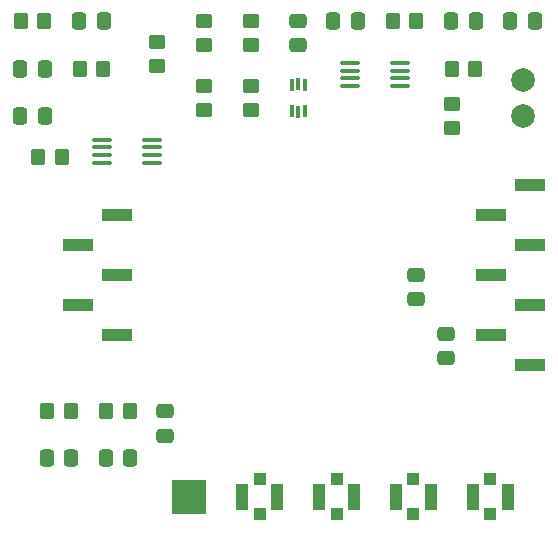
<source format=gbr>
%TF.GenerationSoftware,KiCad,Pcbnew,6.0.6-1.fc36*%
%TF.CreationDate,2022-07-31T18:36:50+02:00*%
%TF.ProjectId,CosmicWatch-ventidue,436f736d-6963-4576-9174-63682d76656e,rev?*%
%TF.SameCoordinates,Original*%
%TF.FileFunction,Soldermask,Top*%
%TF.FilePolarity,Negative*%
%FSLAX46Y46*%
G04 Gerber Fmt 4.6, Leading zero omitted, Abs format (unit mm)*
G04 Created by KiCad (PCBNEW 6.0.6-1.fc36) date 2022-07-31 18:36:50*
%MOMM*%
%LPD*%
G01*
G04 APERTURE LIST*
G04 Aperture macros list*
%AMRoundRect*
0 Rectangle with rounded corners*
0 $1 Rounding radius*
0 $2 $3 $4 $5 $6 $7 $8 $9 X,Y pos of 4 corners*
0 Add a 4 corners polygon primitive as box body*
4,1,4,$2,$3,$4,$5,$6,$7,$8,$9,$2,$3,0*
0 Add four circle primitives for the rounded corners*
1,1,$1+$1,$2,$3*
1,1,$1+$1,$4,$5*
1,1,$1+$1,$6,$7*
1,1,$1+$1,$8,$9*
0 Add four rect primitives between the rounded corners*
20,1,$1+$1,$2,$3,$4,$5,0*
20,1,$1+$1,$4,$5,$6,$7,0*
20,1,$1+$1,$6,$7,$8,$9,0*
20,1,$1+$1,$8,$9,$2,$3,0*%
G04 Aperture macros list end*
%ADD10RoundRect,0.250000X0.475000X-0.337500X0.475000X0.337500X-0.475000X0.337500X-0.475000X-0.337500X0*%
%ADD11RoundRect,0.250000X-0.475000X0.337500X-0.475000X-0.337500X0.475000X-0.337500X0.475000X0.337500X0*%
%ADD12RoundRect,0.250000X0.450000X-0.350000X0.450000X0.350000X-0.450000X0.350000X-0.450000X-0.350000X0*%
%ADD13C,2.000000*%
%ADD14R,3.000000X3.000000*%
%ADD15RoundRect,0.250000X-0.337500X-0.475000X0.337500X-0.475000X0.337500X0.475000X-0.337500X0.475000X0*%
%ADD16R,2.510000X1.000000*%
%ADD17RoundRect,0.250000X-0.350000X-0.450000X0.350000X-0.450000X0.350000X0.450000X-0.350000X0.450000X0*%
%ADD18RoundRect,0.250000X0.337500X0.475000X-0.337500X0.475000X-0.337500X-0.475000X0.337500X-0.475000X0*%
%ADD19R,1.000000X1.000000*%
%ADD20R,1.050000X2.200000*%
%ADD21RoundRect,0.250000X0.350000X0.450000X-0.350000X0.450000X-0.350000X-0.450000X0.350000X-0.450000X0*%
%ADD22RoundRect,0.250000X-0.450000X0.350000X-0.450000X-0.350000X0.450000X-0.350000X0.450000X0.350000X0*%
%ADD23RoundRect,0.100000X-0.712500X-0.100000X0.712500X-0.100000X0.712500X0.100000X-0.712500X0.100000X0*%
%ADD24R,0.375000X1.025000*%
%ADD25R,0.300000X1.125000*%
%ADD26R,0.375000X1.000000*%
G04 APERTURE END LIST*
D10*
%TO.C,C309*%
X77000000Y-118037500D03*
X77000000Y-115962500D03*
%TD*%
D11*
%TO.C,C312*%
X89500000Y-142462500D03*
X89500000Y-144537500D03*
%TD*%
D12*
%TO.C,R308*%
X73000000Y-118000000D03*
X73000000Y-116000000D03*
%TD*%
%TO.C,R307*%
X69000000Y-118000000D03*
X69000000Y-116000000D03*
%TD*%
D13*
%TO.C,TP302*%
X96000000Y-121000000D03*
%TD*%
D14*
%TO.C,TP303*%
X67750000Y-156250000D03*
%TD*%
D15*
%TO.C,C308*%
X58462500Y-116000000D03*
X60537500Y-116000000D03*
%TD*%
D16*
%TO.C,J102*%
X96655000Y-129880000D03*
X93345000Y-132420000D03*
X96655000Y-134960000D03*
X93345000Y-137500000D03*
X96655000Y-140040000D03*
X93345000Y-142580000D03*
X96655000Y-145120000D03*
%TD*%
D17*
%TO.C,R301*%
X55750000Y-149000000D03*
X57750000Y-149000000D03*
%TD*%
D12*
%TO.C,R309*%
X69000000Y-123500000D03*
X69000000Y-121500000D03*
%TD*%
D11*
%TO.C,C305*%
X65750000Y-149000000D03*
X65750000Y-151075000D03*
%TD*%
D18*
%TO.C,C304*%
X57787500Y-153000000D03*
X55712500Y-153000000D03*
%TD*%
%TO.C,C302*%
X55537500Y-124000000D03*
X53462500Y-124000000D03*
%TD*%
D15*
%TO.C,C306*%
X94962500Y-116000000D03*
X97037500Y-116000000D03*
%TD*%
D16*
%TO.C,J101*%
X61655000Y-132382500D03*
X58345000Y-134922500D03*
X61655000Y-137462500D03*
X58345000Y-140002500D03*
X61655000Y-142542500D03*
%TD*%
D13*
%TO.C,TP301*%
X96000000Y-124000000D03*
%TD*%
D17*
%TO.C,R310*%
X85000000Y-116000000D03*
X87000000Y-116000000D03*
%TD*%
%TO.C,R305*%
X58500000Y-120000000D03*
X60500000Y-120000000D03*
%TD*%
D18*
%TO.C,C301*%
X55537500Y-120000000D03*
X53462500Y-120000000D03*
%TD*%
D19*
%TO.C,J303*%
X93250000Y-154750000D03*
D20*
X91775000Y-156250000D03*
X94725000Y-156250000D03*
D19*
X93250000Y-157750000D03*
%TD*%
%TO.C,J302*%
X73750000Y-154750000D03*
D20*
X72275000Y-156250000D03*
X75225000Y-156250000D03*
D19*
X73750000Y-157750000D03*
%TD*%
D17*
%TO.C,R312*%
X90000000Y-120000000D03*
X92000000Y-120000000D03*
%TD*%
D12*
%TO.C,R311*%
X73000000Y-123500000D03*
X73000000Y-121500000D03*
%TD*%
D21*
%TO.C,R303*%
X57000000Y-127500000D03*
X55000000Y-127500000D03*
%TD*%
D15*
%TO.C,C310*%
X79962500Y-116000000D03*
X82037500Y-116000000D03*
%TD*%
D17*
%TO.C,R302*%
X60750000Y-149000000D03*
X62750000Y-149000000D03*
%TD*%
D15*
%TO.C,C307*%
X89962500Y-116000000D03*
X92037500Y-116000000D03*
%TD*%
D22*
%TO.C,R313*%
X90000000Y-123000000D03*
X90000000Y-125000000D03*
%TD*%
D23*
%TO.C,U301*%
X60387500Y-126025000D03*
X60387500Y-126675000D03*
X60387500Y-127325000D03*
X60387500Y-127975000D03*
X64612500Y-127975000D03*
X64612500Y-127325000D03*
X64612500Y-126675000D03*
X64612500Y-126025000D03*
%TD*%
%TO.C,U302*%
X81387500Y-119525000D03*
X81387500Y-120175000D03*
X81387500Y-120825000D03*
X81387500Y-121475000D03*
X85612500Y-121475000D03*
X85612500Y-120825000D03*
X85612500Y-120175000D03*
X85612500Y-119525000D03*
%TD*%
D19*
%TO.C,J301*%
X80250000Y-154750000D03*
X80250000Y-157750000D03*
D20*
X81725000Y-156250000D03*
X78775000Y-156250000D03*
%TD*%
D19*
%TO.C,J304*%
X86750000Y-154750000D03*
D20*
X88225000Y-156250000D03*
D19*
X86750000Y-157750000D03*
D20*
X85275000Y-156250000D03*
%TD*%
D24*
%TO.C,D302*%
X76462500Y-123612500D03*
D25*
X77000000Y-123662500D03*
D24*
X77537500Y-123612500D03*
D26*
X77537500Y-121400000D03*
D25*
X77000000Y-121337500D03*
D26*
X76462500Y-121400000D03*
%TD*%
D15*
%TO.C,C303*%
X60712500Y-153000000D03*
X62787500Y-153000000D03*
%TD*%
D11*
%TO.C,C311*%
X87000000Y-137462500D03*
X87000000Y-139537500D03*
%TD*%
D12*
%TO.C,R306*%
X65000000Y-119750000D03*
X65000000Y-117750000D03*
%TD*%
D21*
%TO.C,R304*%
X55500000Y-116000000D03*
X53500000Y-116000000D03*
%TD*%
M02*

</source>
